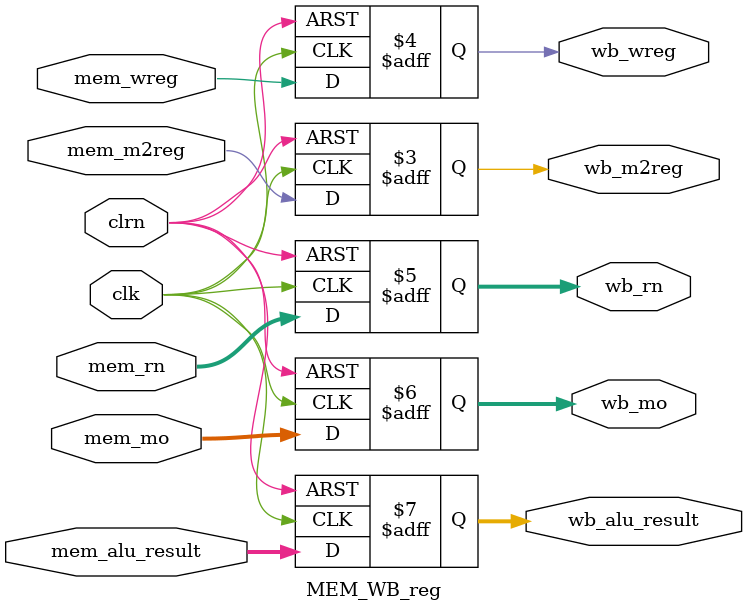
<source format=v>
`timescale 1ns / 1ps


module MEM_WB_reg(
    clk, clrn,
    mem_m2reg, mem_wreg, mem_rn, mem_mo, mem_alu_result,
    wb_m2reg, wb_wreg, wb_rn, wb_mo, wb_alu_result
);
    input clk, clrn;
    input mem_m2reg, mem_wreg;
    input [4:0] mem_rn;
    input [31:0] mem_mo, mem_alu_result;

    output wb_m2reg, wb_wreg;
    output [4:0] wb_rn;
    output [31:0] wb_mo, wb_alu_result;

    reg wb_m2reg, wb_wreg;
    reg [4:0] wb_rn;
    reg [31:0] wb_mo, wb_alu_result;

    always @ (negedge clrn or posedge clk)
        if (clrn == 0)
            begin
                wb_m2reg <= 0;
                wb_wreg <= 0;
                wb_rn <= 0;
                wb_mo <= 0;
                wb_alu_result <= 0;
            end
        else
            begin
                wb_m2reg <= mem_m2reg;
                wb_wreg <= mem_wreg;
                wb_rn <= mem_rn;
                wb_mo <= mem_mo;
                wb_alu_result <= mem_alu_result;
            end
endmodule

</source>
